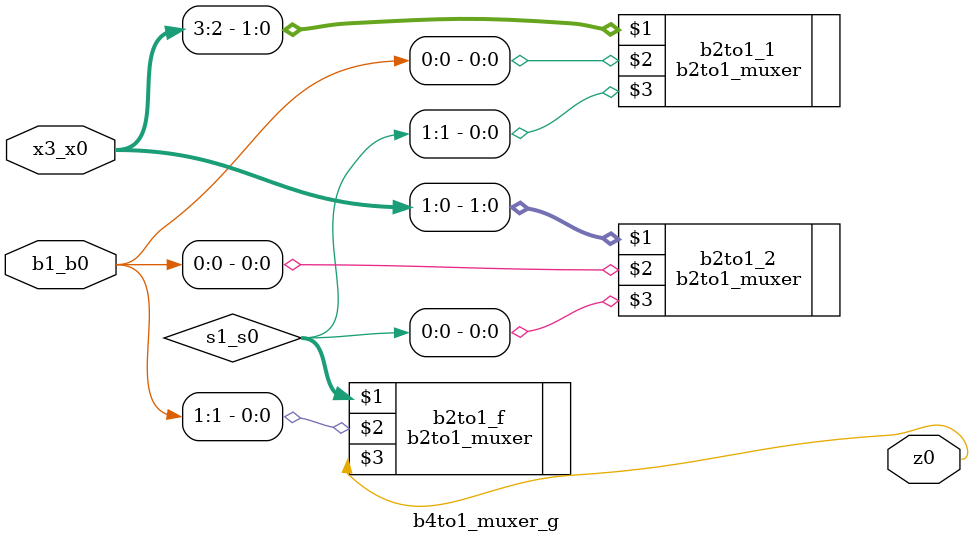
<source format=v>
module b4to1_muxer(x3_x0, b1_b0, z0);
	input[3:0] x3_x0;
	input[1:0] b1_b0;
	output z0;

	assign z0 = (b1_b0 == 'B00) ? x3_x0[0]:
							(b1_b0 == 'B01) ? x3_x0[1]:
							(b1_b0 == 'B10) ? x3_x0[2]:
						/*(b1_b0 == 'B11)?*/x3_x0[3];
endmodule

// implementazione a porte logiche
module b4to1_muxer_p(x3_x0, b1_b0, z0);
	input[3:0] x3_x0;
	input[1:0] b1_b0;
	output z0;

	assign z0 = b1_b0[1] & b1_b0[0] & x3_x0[3]
						|	b1_b0[1] & ~b1_b0[0] & x3_x0[2]
						|	~b1_b0[1] & b1_b0[0] & x3_x0[1]
						|	~b1_b0[1] & ~b1_b0[0] & x3_x0[0];
endmodule

// implementazione via decoder
module b4to1_muxer_d(x3_x0, b1_b0, z0);
	input[3:0] x3_x0;
	input[1:0] b1_b0;
	output z0;

	wire[3:0] s3_s0;

	b2to4_decoder b2to4(b1_b0, s3_s0);

	assign z0 = s3_s0[3] & x3_x0[3] | s3_s0[2] & x3_x0[2] 
						| s3_s0[1] & x3_x0[1] | s3_s0[0] & x3_x0[0];
endmodule

// implementazione gerarchica
module b4to1_muxer_g(x3_x0, b1_b0, z0);
	input[3:0] x3_x0;
	input[1:0] b1_b0;
	output z0;

	wire [1:0] s1_s0;

	b2to1_muxer b2to1_1 (x3_x0[3:2], b1_b0[0], s1_s0[1]);
	b2to1_muxer b2to1_2 (x3_x0[1:0], b1_b0[0], s1_s0[0]);
	b2to1_muxer b2to1_f (s1_s0, b1_b0[1], z0);
endmodule

</source>
